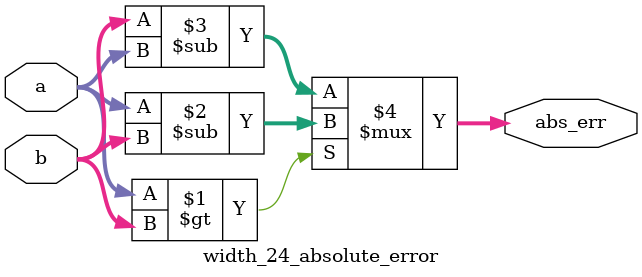
<source format=v>
module width_24_absolute_error(a, b, abs_err);
parameter _bit = 24;
input [_bit - 1: 0] a;
input [_bit - 1: 0] b;
output reg [_bit - 1: 0] abs_err;
assign abs_err = (a > b)? (a - b): (b - a);
endmodule

</source>
